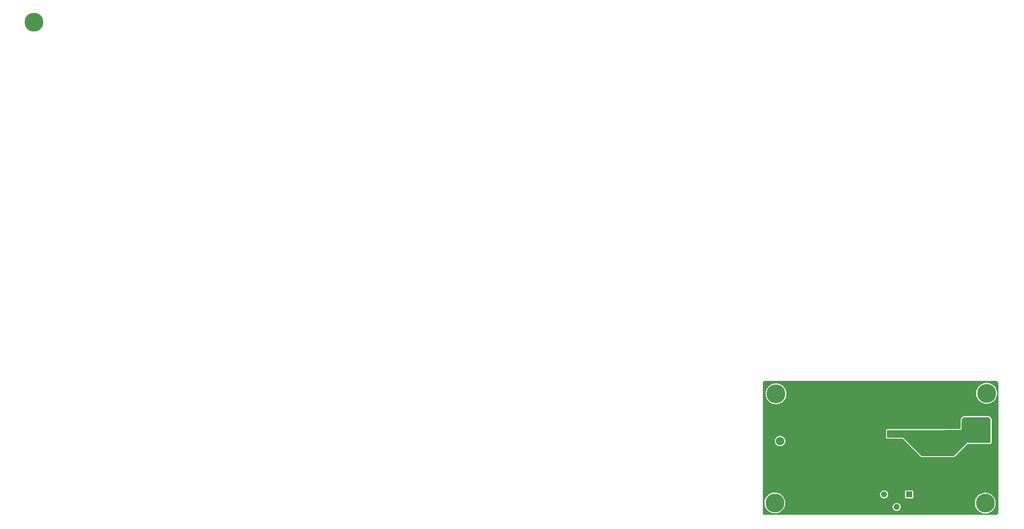
<source format=gbr>
%TF.GenerationSoftware,KiCad,Pcbnew,9.0.4*%
%TF.CreationDate,2025-09-16T11:07:58+03:00*%
%TF.ProjectId,5 to 15v,3520746f-2031-4357-962e-6b696361645f,rev?*%
%TF.SameCoordinates,Original*%
%TF.FileFunction,Copper,L2,Bot*%
%TF.FilePolarity,Positive*%
%FSLAX46Y46*%
G04 Gerber Fmt 4.6, Leading zero omitted, Abs format (unit mm)*
G04 Created by KiCad (PCBNEW 9.0.4) date 2025-09-16 11:07:58*
%MOMM*%
%LPD*%
G01*
G04 APERTURE LIST*
%TA.AperFunction,ComponentPad*%
%ADD10R,1.700000X1.700000*%
%TD*%
%TA.AperFunction,ComponentPad*%
%ADD11C,1.700000*%
%TD*%
%TA.AperFunction,ComponentPad*%
%ADD12C,3.800000*%
%TD*%
%TA.AperFunction,ComponentPad*%
%ADD13R,1.222000X1.222000*%
%TD*%
%TA.AperFunction,ComponentPad*%
%ADD14C,1.222000*%
%TD*%
%TA.AperFunction,ViaPad*%
%ADD15C,0.600000*%
%TD*%
G04 APERTURE END LIST*
D10*
%TO.P,J1,1,Pin_1*%
%TO.N,GND*%
X152930000Y-89495000D03*
D11*
%TO.P,J1,2,Pin_2*%
%TO.N,Vin*%
X152930000Y-86955000D03*
%TD*%
D12*
%TO.P,H1,1*%
%TO.N,N/C*%
X2175000Y-2175000D03*
%TD*%
%TO.P,H4,1*%
%TO.N,N/C*%
X194370000Y-99510000D03*
%TD*%
D13*
%TO.P,RV1,1,1*%
%TO.N,Vout*%
X178995500Y-97730000D03*
D14*
%TO.P,RV1,2,2*%
%TO.N,Net-(TPS1-FB)*%
X176455500Y-100270000D03*
%TO.P,RV1,3,3*%
X173915500Y-97730000D03*
%TD*%
D12*
%TO.P,H1,1*%
%TO.N,N/C*%
X152100000Y-77400000D03*
%TD*%
D10*
%TO.P,J2,1,Pin_1*%
%TO.N,Vout*%
X193670000Y-86165000D03*
D11*
%TO.P,J2,2,Pin_2*%
%TO.N,GND*%
X193670000Y-88705000D03*
%TD*%
D12*
%TO.P,H3,1*%
%TO.N,N/C*%
X194640000Y-77300000D03*
%TD*%
%TO.P,H2,1*%
%TO.N,N/C*%
X151870000Y-99470000D03*
%TD*%
D15*
%TO.N,GND*%
X190000000Y-95500000D03*
X184000000Y-93000000D03*
X182500000Y-95500000D03*
X182500000Y-94200000D03*
X187000000Y-93000000D03*
X188500000Y-95500000D03*
X185500000Y-95500000D03*
X185500000Y-96800000D03*
X182500000Y-93000000D03*
X187000000Y-98000000D03*
X185500000Y-93000000D03*
X190000000Y-98000000D03*
X185500000Y-98000000D03*
X187000000Y-96800000D03*
X188500000Y-93000000D03*
X190000000Y-94200000D03*
X184000000Y-95500000D03*
X188500000Y-96800000D03*
X188500000Y-94200000D03*
X182500000Y-98000000D03*
X190000000Y-93000000D03*
X184000000Y-98000000D03*
X184000000Y-96800000D03*
X190000000Y-96800000D03*
X185500000Y-94200000D03*
X184000000Y-94200000D03*
X187000000Y-95500000D03*
X182500000Y-96800000D03*
X187000000Y-94200000D03*
X188500000Y-98000000D03*
X190000000Y-77200000D03*
X187000000Y-81000000D03*
X190000000Y-81000000D03*
X190000000Y-79800000D03*
X190000000Y-77200000D03*
X188500000Y-79800000D03*
X187000000Y-78600000D03*
X190000000Y-79800000D03*
X188500000Y-81000000D03*
X187000000Y-77200000D03*
X190000000Y-78600000D03*
X188500000Y-78600000D03*
X188500000Y-77200000D03*
X187000000Y-79800000D03*
X185000000Y-77200000D03*
X182000000Y-81000000D03*
X185000000Y-81000000D03*
X185000000Y-79800000D03*
X185000000Y-77200000D03*
X183500000Y-79800000D03*
X182000000Y-78600000D03*
X185000000Y-79800000D03*
X183500000Y-81000000D03*
X182000000Y-77200000D03*
X185000000Y-78600000D03*
X183500000Y-78600000D03*
X183500000Y-77200000D03*
X182000000Y-79800000D03*
X180000000Y-77200000D03*
X177000000Y-81000000D03*
X180000000Y-81000000D03*
X180000000Y-79800000D03*
X180000000Y-77200000D03*
X178500000Y-79800000D03*
X177000000Y-78600000D03*
X180000000Y-79800000D03*
X178500000Y-81000000D03*
X177000000Y-77200000D03*
X180000000Y-78600000D03*
X178500000Y-78600000D03*
X178500000Y-77200000D03*
X177000000Y-79800000D03*
X152000000Y-81750000D03*
X153500000Y-80550000D03*
X153500000Y-81750000D03*
X150500000Y-80550000D03*
X150500000Y-81750000D03*
X153500000Y-80550000D03*
X152000000Y-80550000D03*
X166300000Y-98920000D03*
X163700000Y-76300000D03*
X161950000Y-97640000D03*
X170840000Y-100050000D03*
X166340000Y-100050000D03*
X172600000Y-77500000D03*
X162200000Y-77500000D03*
X163450000Y-97640000D03*
X165100000Y-77500000D03*
X168100000Y-76300000D03*
X157370000Y-97690000D03*
X170800000Y-98920000D03*
X162200000Y-76300000D03*
X156200000Y-76300000D03*
X164950000Y-97640000D03*
X155870000Y-97690000D03*
X163700000Y-77500000D03*
X176600000Y-88100000D03*
X168100000Y-76300000D03*
X166600000Y-77500000D03*
X169300000Y-98920000D03*
X167200000Y-94700000D03*
X164950000Y-98940000D03*
X167200000Y-93200000D03*
X166300000Y-97620000D03*
X169300000Y-97620000D03*
X168500000Y-93200000D03*
X160700000Y-77500000D03*
X171100000Y-77500000D03*
X167800000Y-98920000D03*
X167200000Y-96200000D03*
X169600000Y-76300000D03*
X162200000Y-76300000D03*
X168500000Y-96200000D03*
X167840000Y-100050000D03*
X172600000Y-76300000D03*
X157700000Y-76300000D03*
X168500000Y-94700000D03*
X165100000Y-76300000D03*
X171100000Y-76300000D03*
X171100000Y-76300000D03*
X160450000Y-97640000D03*
X160700000Y-76300000D03*
X176600000Y-87200000D03*
X167200000Y-91700000D03*
X159200000Y-76300000D03*
X178400000Y-90600000D03*
X159200000Y-77500000D03*
X166600000Y-76300000D03*
X170800000Y-97620000D03*
X168500000Y-91700000D03*
X158870000Y-97690000D03*
X157700000Y-77500000D03*
X167800000Y-97620000D03*
X164950000Y-100080000D03*
X168100000Y-77500000D03*
X169600000Y-77500000D03*
X159200000Y-76300000D03*
X169340000Y-100050000D03*
X156200000Y-77500000D03*
%TO.N,Vout*%
X180800000Y-88400000D03*
X176600000Y-85400000D03*
X178400000Y-86400000D03*
X180000000Y-86500000D03*
X180000000Y-85400000D03*
X180000000Y-87600000D03*
X178400000Y-85400000D03*
%TO.N,GND*%
X163450000Y-100090000D03*
X163450000Y-98950000D03*
%TD*%
%TA.AperFunction,Conductor*%
%TO.N,Vout*%
G36*
X195095677Y-82139685D02*
G01*
X195116319Y-82156319D01*
X195403681Y-82443681D01*
X195437166Y-82505004D01*
X195440000Y-82531362D01*
X195440000Y-87216000D01*
X195420315Y-87283039D01*
X195367511Y-87328794D01*
X195316000Y-87340000D01*
X190971362Y-87340000D01*
X190904323Y-87320315D01*
X190883681Y-87303681D01*
X190830000Y-87250000D01*
X189590000Y-86010000D01*
X189590000Y-82631362D01*
X189609685Y-82564323D01*
X189626319Y-82543681D01*
X190013681Y-82156319D01*
X190075004Y-82122834D01*
X190101362Y-82120000D01*
X195028638Y-82120000D01*
X195095677Y-82139685D01*
G37*
%TD.AperFunction*%
%TD*%
%TA.AperFunction,Conductor*%
%TO.N,Vout*%
G36*
X187799272Y-84705402D02*
G01*
X187833089Y-84707555D01*
X189590000Y-84707555D01*
X189590000Y-86010000D01*
X190830000Y-87250000D01*
X190750000Y-87250000D01*
X190749999Y-87250000D01*
X188051319Y-89948681D01*
X187989996Y-89982166D01*
X187963638Y-89985000D01*
X181536362Y-89985000D01*
X181469323Y-89965315D01*
X181448681Y-89948681D01*
X177750000Y-86250000D01*
X174624000Y-86250000D01*
X174556961Y-86230315D01*
X174511206Y-86177511D01*
X174500000Y-86126000D01*
X174500000Y-84874000D01*
X174519685Y-84806961D01*
X174572489Y-84761206D01*
X174624000Y-84750000D01*
X182000037Y-84750000D01*
X184724131Y-84728903D01*
X187790454Y-84705157D01*
X187799272Y-84705402D01*
G37*
%TD.AperFunction*%
%TD*%
%TA.AperFunction,Conductor*%
%TO.N,GND*%
G36*
X196506922Y-74801280D02*
G01*
X196597266Y-74811459D01*
X196624331Y-74817636D01*
X196703540Y-74845352D01*
X196728553Y-74857398D01*
X196799606Y-74902043D01*
X196821313Y-74919355D01*
X196880644Y-74978686D01*
X196897957Y-75000395D01*
X196942600Y-75071444D01*
X196954648Y-75096462D01*
X196982362Y-75175666D01*
X196988540Y-75202735D01*
X196998720Y-75293076D01*
X196999500Y-75306961D01*
X196999500Y-101393038D01*
X196998720Y-101406922D01*
X196998720Y-101406923D01*
X196988540Y-101497264D01*
X196982362Y-101524333D01*
X196954648Y-101603537D01*
X196942600Y-101628555D01*
X196897957Y-101699604D01*
X196880644Y-101721313D01*
X196821313Y-101780644D01*
X196799604Y-101797957D01*
X196728555Y-101842600D01*
X196703537Y-101854648D01*
X196624333Y-101882362D01*
X196597264Y-101888540D01*
X196517075Y-101897576D01*
X196506921Y-101898720D01*
X196493038Y-101899500D01*
X149906962Y-101899500D01*
X149893078Y-101898720D01*
X149880553Y-101897308D01*
X149802735Y-101888540D01*
X149775666Y-101882362D01*
X149696462Y-101854648D01*
X149671444Y-101842600D01*
X149600395Y-101797957D01*
X149578686Y-101780644D01*
X149519355Y-101721313D01*
X149502042Y-101699604D01*
X149457399Y-101628555D01*
X149445351Y-101603537D01*
X149433790Y-101570498D01*
X149417636Y-101524331D01*
X149411459Y-101497263D01*
X149401280Y-101406922D01*
X149400500Y-101393038D01*
X149400500Y-99332332D01*
X149769500Y-99332332D01*
X149769500Y-99607667D01*
X149769501Y-99607684D01*
X149805438Y-99880655D01*
X149805439Y-99880660D01*
X149805440Y-99880666D01*
X149841072Y-100013649D01*
X149876704Y-100146630D01*
X149982075Y-100401017D01*
X149982080Y-100401028D01*
X150043094Y-100506706D01*
X150119751Y-100639479D01*
X150119753Y-100639482D01*
X150119754Y-100639483D01*
X150287370Y-100857926D01*
X150287376Y-100857933D01*
X150482066Y-101052623D01*
X150482073Y-101052629D01*
X150610403Y-101151099D01*
X150700521Y-101220249D01*
X150853778Y-101308732D01*
X150938971Y-101357919D01*
X150938976Y-101357921D01*
X150938979Y-101357923D01*
X151193368Y-101463295D01*
X151459334Y-101534560D01*
X151732326Y-101570500D01*
X151732333Y-101570500D01*
X152007667Y-101570500D01*
X152007674Y-101570500D01*
X152280666Y-101534560D01*
X152546632Y-101463295D01*
X152801021Y-101357923D01*
X153039479Y-101220249D01*
X153257928Y-101052628D01*
X153452628Y-100857928D01*
X153620249Y-100639479D01*
X153757923Y-100401021D01*
X153845303Y-100190069D01*
X175644000Y-100190069D01*
X175644000Y-100349930D01*
X175675183Y-100506698D01*
X175675185Y-100506706D01*
X175736356Y-100654387D01*
X175736361Y-100654396D01*
X175825165Y-100787300D01*
X175825168Y-100787304D01*
X175938195Y-100900331D01*
X175938199Y-100900334D01*
X176071103Y-100989138D01*
X176071109Y-100989141D01*
X176071110Y-100989142D01*
X176218794Y-101050315D01*
X176375569Y-101081499D01*
X176375573Y-101081500D01*
X176375574Y-101081500D01*
X176535427Y-101081500D01*
X176535428Y-101081499D01*
X176692206Y-101050315D01*
X176839890Y-100989142D01*
X176972801Y-100900334D01*
X177085834Y-100787301D01*
X177174642Y-100654390D01*
X177235815Y-100506706D01*
X177267000Y-100349926D01*
X177267000Y-100190074D01*
X177235815Y-100033294D01*
X177174642Y-99885610D01*
X177174641Y-99885609D01*
X177174638Y-99885603D01*
X177085834Y-99752699D01*
X177085831Y-99752695D01*
X176972804Y-99639668D01*
X176972800Y-99639665D01*
X176839896Y-99550861D01*
X176839887Y-99550856D01*
X176692206Y-99489685D01*
X176692198Y-99489683D01*
X176535430Y-99458500D01*
X176535426Y-99458500D01*
X176375574Y-99458500D01*
X176375569Y-99458500D01*
X176218801Y-99489683D01*
X176218793Y-99489685D01*
X176071112Y-99550856D01*
X176071103Y-99550861D01*
X175938199Y-99639665D01*
X175938195Y-99639668D01*
X175825168Y-99752695D01*
X175825165Y-99752699D01*
X175736361Y-99885603D01*
X175736356Y-99885612D01*
X175675185Y-100033293D01*
X175675183Y-100033301D01*
X175644000Y-100190069D01*
X153845303Y-100190069D01*
X153863295Y-100146632D01*
X153934560Y-99880666D01*
X153970500Y-99607674D01*
X153970500Y-99372332D01*
X192269500Y-99372332D01*
X192269500Y-99647667D01*
X192269501Y-99647684D01*
X192305438Y-99920655D01*
X192305439Y-99920660D01*
X192305440Y-99920666D01*
X192305441Y-99920668D01*
X192376704Y-100186630D01*
X192482075Y-100441017D01*
X192482080Y-100441028D01*
X192520000Y-100506706D01*
X192619751Y-100679479D01*
X192619753Y-100679482D01*
X192619754Y-100679483D01*
X192787370Y-100897926D01*
X192787376Y-100897933D01*
X192982066Y-101092623D01*
X192982072Y-101092628D01*
X193200521Y-101260249D01*
X193353778Y-101348732D01*
X193438971Y-101397919D01*
X193438976Y-101397921D01*
X193438979Y-101397923D01*
X193693368Y-101503295D01*
X193959334Y-101574560D01*
X194232326Y-101610500D01*
X194232333Y-101610500D01*
X194507667Y-101610500D01*
X194507674Y-101610500D01*
X194780666Y-101574560D01*
X195046632Y-101503295D01*
X195301021Y-101397923D01*
X195539479Y-101260249D01*
X195757928Y-101092628D01*
X195952628Y-100897928D01*
X196120249Y-100679479D01*
X196257923Y-100441021D01*
X196363295Y-100186632D01*
X196434560Y-99920666D01*
X196470500Y-99647674D01*
X196470500Y-99372326D01*
X196434560Y-99099334D01*
X196363295Y-98833368D01*
X196257923Y-98578979D01*
X196257921Y-98578976D01*
X196257919Y-98578971D01*
X196165692Y-98419231D01*
X196120249Y-98340521D01*
X195952628Y-98122072D01*
X195952623Y-98122066D01*
X195757933Y-97927376D01*
X195757926Y-97927370D01*
X195539483Y-97759754D01*
X195539482Y-97759753D01*
X195539479Y-97759751D01*
X195444407Y-97704861D01*
X195301028Y-97622080D01*
X195301017Y-97622075D01*
X195046630Y-97516704D01*
X194897345Y-97476704D01*
X194780666Y-97445440D01*
X194780660Y-97445439D01*
X194780655Y-97445438D01*
X194507684Y-97409501D01*
X194507679Y-97409500D01*
X194507674Y-97409500D01*
X194232326Y-97409500D01*
X194232320Y-97409500D01*
X194232315Y-97409501D01*
X193959344Y-97445438D01*
X193959337Y-97445439D01*
X193959334Y-97445440D01*
X193903125Y-97460500D01*
X193693369Y-97516704D01*
X193438982Y-97622075D01*
X193438971Y-97622080D01*
X193200516Y-97759754D01*
X192982073Y-97927370D01*
X192982066Y-97927376D01*
X192787376Y-98122066D01*
X192787370Y-98122073D01*
X192619754Y-98340516D01*
X192482080Y-98578971D01*
X192482075Y-98578982D01*
X192376704Y-98833369D01*
X192305441Y-99099331D01*
X192305438Y-99099344D01*
X192269501Y-99372315D01*
X192269500Y-99372332D01*
X153970500Y-99372332D01*
X153970500Y-99332326D01*
X153934560Y-99059334D01*
X153863295Y-98793368D01*
X153757923Y-98538979D01*
X153757921Y-98538976D01*
X153757919Y-98538971D01*
X153706056Y-98449143D01*
X153620249Y-98300521D01*
X153477431Y-98114396D01*
X153452629Y-98082073D01*
X153452623Y-98082066D01*
X153257933Y-97887376D01*
X153257926Y-97887370D01*
X153068942Y-97742358D01*
X153039482Y-97719753D01*
X152918787Y-97650069D01*
X173104000Y-97650069D01*
X173104000Y-97809930D01*
X173135183Y-97966698D01*
X173135185Y-97966706D01*
X173196356Y-98114387D01*
X173196361Y-98114396D01*
X173285165Y-98247300D01*
X173285168Y-98247304D01*
X173398195Y-98360331D01*
X173398199Y-98360334D01*
X173531103Y-98449138D01*
X173531109Y-98449141D01*
X173531110Y-98449142D01*
X173678794Y-98510315D01*
X173822860Y-98538971D01*
X173835569Y-98541499D01*
X173835573Y-98541500D01*
X173835574Y-98541500D01*
X173995427Y-98541500D01*
X173995428Y-98541499D01*
X174152206Y-98510315D01*
X174299890Y-98449142D01*
X174432801Y-98360334D01*
X174545834Y-98247301D01*
X174634642Y-98114390D01*
X174695815Y-97966706D01*
X174727000Y-97809926D01*
X174727000Y-97650074D01*
X174695815Y-97493294D01*
X174634642Y-97345610D01*
X174634641Y-97345609D01*
X174634638Y-97345603D01*
X174545834Y-97212699D01*
X174545831Y-97212695D01*
X174432804Y-97099668D01*
X174432800Y-97099665D01*
X174432174Y-97099247D01*
X178184000Y-97099247D01*
X178184000Y-98360752D01*
X178195631Y-98419229D01*
X178195632Y-98419230D01*
X178239947Y-98485552D01*
X178306269Y-98529867D01*
X178306270Y-98529868D01*
X178364747Y-98541499D01*
X178364750Y-98541500D01*
X178364752Y-98541500D01*
X179626250Y-98541500D01*
X179626251Y-98541499D01*
X179641068Y-98538552D01*
X179684729Y-98529868D01*
X179684729Y-98529867D01*
X179684731Y-98529867D01*
X179751052Y-98485552D01*
X179795367Y-98419231D01*
X179795367Y-98419229D01*
X179795368Y-98419229D01*
X179806999Y-98360752D01*
X179807000Y-98360750D01*
X179807000Y-97099249D01*
X179806999Y-97099247D01*
X179795368Y-97040770D01*
X179795367Y-97040769D01*
X179751052Y-96974447D01*
X179684730Y-96930132D01*
X179684729Y-96930131D01*
X179626252Y-96918500D01*
X179626248Y-96918500D01*
X178364752Y-96918500D01*
X178364747Y-96918500D01*
X178306270Y-96930131D01*
X178306269Y-96930132D01*
X178239947Y-96974447D01*
X178195632Y-97040769D01*
X178195631Y-97040770D01*
X178184000Y-97099247D01*
X174432174Y-97099247D01*
X174299896Y-97010861D01*
X174299887Y-97010856D01*
X174152206Y-96949685D01*
X174152198Y-96949683D01*
X173995430Y-96918500D01*
X173995426Y-96918500D01*
X173835574Y-96918500D01*
X173835569Y-96918500D01*
X173678801Y-96949683D01*
X173678793Y-96949685D01*
X173531112Y-97010856D01*
X173531103Y-97010861D01*
X173398199Y-97099665D01*
X173398195Y-97099668D01*
X173285168Y-97212695D01*
X173285165Y-97212699D01*
X173196361Y-97345603D01*
X173196356Y-97345612D01*
X173135185Y-97493293D01*
X173135183Y-97493301D01*
X173104000Y-97650069D01*
X152918787Y-97650069D01*
X152801028Y-97582080D01*
X152801017Y-97582075D01*
X152546630Y-97476704D01*
X152413649Y-97441072D01*
X152280666Y-97405440D01*
X152280660Y-97405439D01*
X152280655Y-97405438D01*
X152007684Y-97369501D01*
X152007679Y-97369500D01*
X152007674Y-97369500D01*
X151732326Y-97369500D01*
X151732320Y-97369500D01*
X151732315Y-97369501D01*
X151459344Y-97405438D01*
X151459337Y-97405439D01*
X151459334Y-97405440D01*
X151403125Y-97420500D01*
X151193369Y-97476704D01*
X150938982Y-97582075D01*
X150938971Y-97582080D01*
X150700516Y-97719754D01*
X150482073Y-97887370D01*
X150482066Y-97887376D01*
X150287376Y-98082066D01*
X150287370Y-98082073D01*
X150119754Y-98300516D01*
X149982080Y-98538971D01*
X149982075Y-98538982D01*
X149876704Y-98793369D01*
X149805441Y-99059331D01*
X149805438Y-99059344D01*
X149769501Y-99332315D01*
X149769500Y-99332332D01*
X149400500Y-99332332D01*
X149400500Y-86851530D01*
X151879500Y-86851530D01*
X151879500Y-87058469D01*
X151910835Y-87216000D01*
X151919870Y-87261420D01*
X151999059Y-87452598D01*
X152020108Y-87484100D01*
X152114024Y-87624657D01*
X152260342Y-87770975D01*
X152260345Y-87770977D01*
X152432402Y-87885941D01*
X152623580Y-87965130D01*
X152826530Y-88005499D01*
X152826534Y-88005500D01*
X152826535Y-88005500D01*
X153033466Y-88005500D01*
X153033467Y-88005499D01*
X153236420Y-87965130D01*
X153427598Y-87885941D01*
X153599655Y-87770977D01*
X153745977Y-87624655D01*
X153860941Y-87452598D01*
X153940130Y-87261420D01*
X153980500Y-87058465D01*
X153980500Y-86851535D01*
X153940130Y-86648580D01*
X153860941Y-86457402D01*
X153745977Y-86285345D01*
X153745975Y-86285342D01*
X153599657Y-86139024D01*
X153513626Y-86081541D01*
X153427598Y-86024059D01*
X153236420Y-85944870D01*
X153236412Y-85944868D01*
X153033469Y-85904500D01*
X153033465Y-85904500D01*
X152826535Y-85904500D01*
X152826530Y-85904500D01*
X152623587Y-85944868D01*
X152623579Y-85944870D01*
X152432403Y-86024058D01*
X152260342Y-86139024D01*
X152114024Y-86285342D01*
X151999058Y-86457403D01*
X151919870Y-86648579D01*
X151919868Y-86648587D01*
X151879500Y-86851530D01*
X149400500Y-86851530D01*
X149400500Y-84874003D01*
X174294500Y-84874003D01*
X174294500Y-86126007D01*
X174299197Y-86169686D01*
X174310397Y-86221174D01*
X174312890Y-86231372D01*
X174312891Y-86231375D01*
X174355899Y-86312083D01*
X174355901Y-86312086D01*
X174401660Y-86364895D01*
X174419242Y-86382839D01*
X174419246Y-86382843D01*
X174419247Y-86382844D01*
X174419249Y-86382845D01*
X174499059Y-86427488D01*
X174499063Y-86427490D01*
X174566102Y-86447175D01*
X174624000Y-86455500D01*
X177613518Y-86455500D01*
X177680557Y-86475185D01*
X177701199Y-86491819D01*
X181303365Y-90093986D01*
X181303366Y-90093987D01*
X181319716Y-90108674D01*
X181319730Y-90108686D01*
X181319738Y-90108693D01*
X181328136Y-90115460D01*
X181340379Y-90125327D01*
X181411424Y-90162490D01*
X181478456Y-90182173D01*
X181478458Y-90182173D01*
X181478464Y-90182175D01*
X181536362Y-90190500D01*
X181536366Y-90190500D01*
X187963639Y-90190500D01*
X187966180Y-90190363D01*
X187985607Y-90189322D01*
X187985614Y-90189321D01*
X187985618Y-90189321D01*
X188011965Y-90186488D01*
X188088482Y-90162529D01*
X188149805Y-90129044D01*
X188196629Y-90093991D01*
X190737741Y-87552875D01*
X190799062Y-87519392D01*
X190860356Y-87521581D01*
X190913456Y-87537173D01*
X190913458Y-87537173D01*
X190913464Y-87537175D01*
X190971362Y-87545500D01*
X190971366Y-87545500D01*
X195315991Y-87545500D01*
X195316000Y-87545500D01*
X195359684Y-87540803D01*
X195388875Y-87534452D01*
X195411174Y-87529602D01*
X195411190Y-87529598D01*
X195411195Y-87529597D01*
X195421373Y-87527110D01*
X195502085Y-87484100D01*
X195554889Y-87438345D01*
X195572843Y-87420754D01*
X195617490Y-87340937D01*
X195637175Y-87273898D01*
X195645500Y-87216000D01*
X195645500Y-82531362D01*
X195644322Y-82509393D01*
X195641488Y-82483035D01*
X195617529Y-82406518D01*
X195584044Y-82345195D01*
X195548991Y-82298371D01*
X195548983Y-82298363D01*
X195261634Y-82011013D01*
X195261633Y-82011012D01*
X195245283Y-81996325D01*
X195245269Y-81996313D01*
X195224620Y-81979672D01*
X195153575Y-81942509D01*
X195086543Y-81922826D01*
X195085894Y-81922732D01*
X195028638Y-81914500D01*
X190101362Y-81914500D01*
X190101361Y-81914500D01*
X190079381Y-81915678D01*
X190053034Y-81918511D01*
X190053032Y-81918512D01*
X189976521Y-81942470D01*
X189976516Y-81942471D01*
X189915188Y-81975960D01*
X189868384Y-82010998D01*
X189868363Y-82011016D01*
X189481013Y-82398365D01*
X189481012Y-82398366D01*
X189466325Y-82414716D01*
X189466313Y-82414730D01*
X189449672Y-82435379D01*
X189412509Y-82506424D01*
X189392826Y-82573456D01*
X189384500Y-82631365D01*
X189384500Y-84378055D01*
X189364815Y-84445094D01*
X189312011Y-84490849D01*
X189260500Y-84502055D01*
X187843566Y-84502055D01*
X187835686Y-84501804D01*
X187812358Y-84500318D01*
X187809093Y-84500169D01*
X187804979Y-84499981D01*
X187800018Y-84499843D01*
X187796168Y-84499736D01*
X187788835Y-84499662D01*
X181999738Y-84544496D01*
X181998778Y-84544500D01*
X174623992Y-84544500D01*
X174580313Y-84549197D01*
X174528825Y-84560397D01*
X174518627Y-84562890D01*
X174518624Y-84562891D01*
X174437916Y-84605899D01*
X174437913Y-84605901D01*
X174385104Y-84651660D01*
X174367160Y-84669242D01*
X174367154Y-84669249D01*
X174322511Y-84749059D01*
X174322509Y-84749064D01*
X174302826Y-84816096D01*
X174294500Y-84874003D01*
X149400500Y-84874003D01*
X149400500Y-77262332D01*
X149999500Y-77262332D01*
X149999500Y-77537667D01*
X149999501Y-77537684D01*
X150035438Y-77810655D01*
X150035439Y-77810660D01*
X150035440Y-77810666D01*
X150035441Y-77810668D01*
X150106704Y-78076630D01*
X150212075Y-78331017D01*
X150212080Y-78331028D01*
X150292016Y-78469479D01*
X150349751Y-78569479D01*
X150349753Y-78569482D01*
X150349754Y-78569483D01*
X150517370Y-78787926D01*
X150517376Y-78787933D01*
X150712066Y-78982623D01*
X150712072Y-78982628D01*
X150930521Y-79150249D01*
X151083778Y-79238732D01*
X151168971Y-79287919D01*
X151168976Y-79287921D01*
X151168979Y-79287923D01*
X151423368Y-79393295D01*
X151689334Y-79464560D01*
X151962326Y-79500500D01*
X151962333Y-79500500D01*
X152237667Y-79500500D01*
X152237674Y-79500500D01*
X152510666Y-79464560D01*
X152776632Y-79393295D01*
X153031021Y-79287923D01*
X153269479Y-79150249D01*
X153487928Y-78982628D01*
X153682628Y-78787928D01*
X153850249Y-78569479D01*
X153987923Y-78331021D01*
X154093295Y-78076632D01*
X154164560Y-77810666D01*
X154200500Y-77537674D01*
X154200500Y-77262326D01*
X154187336Y-77162332D01*
X192539500Y-77162332D01*
X192539500Y-77437667D01*
X192539501Y-77437684D01*
X192575438Y-77710655D01*
X192575439Y-77710660D01*
X192575440Y-77710666D01*
X192575441Y-77710668D01*
X192646704Y-77976630D01*
X192752075Y-78231017D01*
X192752080Y-78231028D01*
X192809812Y-78331021D01*
X192889751Y-78469479D01*
X192889753Y-78469482D01*
X192889754Y-78469483D01*
X193057370Y-78687926D01*
X193057376Y-78687933D01*
X193252066Y-78882623D01*
X193252072Y-78882628D01*
X193470521Y-79050249D01*
X193623778Y-79138732D01*
X193708971Y-79187919D01*
X193708976Y-79187921D01*
X193708979Y-79187923D01*
X193963368Y-79293295D01*
X194229334Y-79364560D01*
X194502326Y-79400500D01*
X194502333Y-79400500D01*
X194777667Y-79400500D01*
X194777674Y-79400500D01*
X195050666Y-79364560D01*
X195316632Y-79293295D01*
X195571021Y-79187923D01*
X195809479Y-79050249D01*
X196027928Y-78882628D01*
X196222628Y-78687928D01*
X196390249Y-78469479D01*
X196527923Y-78231021D01*
X196633295Y-77976632D01*
X196704560Y-77710666D01*
X196740500Y-77437674D01*
X196740500Y-77162326D01*
X196704560Y-76889334D01*
X196633295Y-76623368D01*
X196527923Y-76368979D01*
X196527921Y-76368976D01*
X196527919Y-76368971D01*
X196447981Y-76230516D01*
X196390249Y-76130521D01*
X196222628Y-75912072D01*
X196222623Y-75912066D01*
X196027933Y-75717376D01*
X196027926Y-75717370D01*
X195809483Y-75549754D01*
X195809482Y-75549753D01*
X195809479Y-75549751D01*
X195714407Y-75494861D01*
X195571028Y-75412080D01*
X195571017Y-75412075D01*
X195316630Y-75306704D01*
X195183649Y-75271072D01*
X195050666Y-75235440D01*
X195050660Y-75235439D01*
X195050655Y-75235438D01*
X194777684Y-75199501D01*
X194777679Y-75199500D01*
X194777674Y-75199500D01*
X194502326Y-75199500D01*
X194502320Y-75199500D01*
X194502315Y-75199501D01*
X194229344Y-75235438D01*
X194229337Y-75235439D01*
X194229334Y-75235440D01*
X194173125Y-75250500D01*
X193963369Y-75306704D01*
X193708982Y-75412075D01*
X193708971Y-75412080D01*
X193470516Y-75549754D01*
X193252073Y-75717370D01*
X193252066Y-75717376D01*
X193057376Y-75912066D01*
X193057370Y-75912073D01*
X192889754Y-76130516D01*
X192752080Y-76368971D01*
X192752075Y-76368982D01*
X192646704Y-76623369D01*
X192575441Y-76889331D01*
X192575438Y-76889344D01*
X192539501Y-77162315D01*
X192539500Y-77162332D01*
X154187336Y-77162332D01*
X154164560Y-76989334D01*
X154093295Y-76723368D01*
X153987923Y-76468979D01*
X153987921Y-76468976D01*
X153987919Y-76468971D01*
X153930183Y-76368971D01*
X153850249Y-76230521D01*
X153682628Y-76012072D01*
X153682623Y-76012066D01*
X153487933Y-75817376D01*
X153487926Y-75817370D01*
X153269483Y-75649754D01*
X153269482Y-75649753D01*
X153269479Y-75649751D01*
X153174407Y-75594861D01*
X153031028Y-75512080D01*
X153031017Y-75512075D01*
X152776630Y-75406704D01*
X152643649Y-75371072D01*
X152510666Y-75335440D01*
X152510660Y-75335439D01*
X152510655Y-75335438D01*
X152237684Y-75299501D01*
X152237679Y-75299500D01*
X152237674Y-75299500D01*
X151962326Y-75299500D01*
X151962320Y-75299500D01*
X151962315Y-75299501D01*
X151689344Y-75335438D01*
X151689337Y-75335439D01*
X151689334Y-75335440D01*
X151633125Y-75350500D01*
X151423369Y-75406704D01*
X151168982Y-75512075D01*
X151168971Y-75512080D01*
X150930516Y-75649754D01*
X150712073Y-75817370D01*
X150712066Y-75817376D01*
X150517376Y-76012066D01*
X150517370Y-76012073D01*
X150349754Y-76230516D01*
X150212080Y-76468971D01*
X150212075Y-76468982D01*
X150106704Y-76723369D01*
X150035441Y-76989331D01*
X150035438Y-76989344D01*
X149999501Y-77262315D01*
X149999500Y-77262332D01*
X149400500Y-77262332D01*
X149400500Y-75306961D01*
X149401280Y-75293077D01*
X149407774Y-75235440D01*
X149411460Y-75202729D01*
X149417635Y-75175670D01*
X149445353Y-75096456D01*
X149457396Y-75071450D01*
X149502046Y-75000389D01*
X149519351Y-74978690D01*
X149578690Y-74919351D01*
X149600389Y-74902046D01*
X149671450Y-74857396D01*
X149696456Y-74845353D01*
X149775670Y-74817635D01*
X149802733Y-74811459D01*
X149865419Y-74804396D01*
X149893079Y-74801280D01*
X149906962Y-74800500D01*
X149965892Y-74800500D01*
X196434108Y-74800500D01*
X196493038Y-74800500D01*
X196506922Y-74801280D01*
G37*
%TD.AperFunction*%
%TD*%
M02*

</source>
